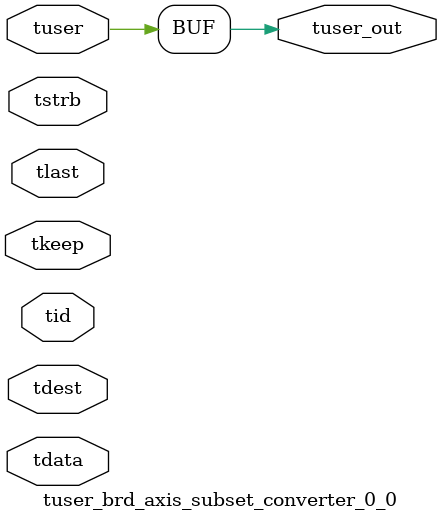
<source format=v>


`timescale 1ps/1ps

module tuser_brd_axis_subset_converter_0_0 #
(
parameter C_S_AXIS_TUSER_WIDTH = 1,
parameter C_S_AXIS_TDATA_WIDTH = 32,
parameter C_S_AXIS_TID_WIDTH   = 0,
parameter C_S_AXIS_TDEST_WIDTH = 0,
parameter C_M_AXIS_TUSER_WIDTH = 1
)
(
input  [(C_S_AXIS_TUSER_WIDTH == 0 ? 1 : C_S_AXIS_TUSER_WIDTH)-1:0     ] tuser,
input  [(C_S_AXIS_TDATA_WIDTH == 0 ? 1 : C_S_AXIS_TDATA_WIDTH)-1:0     ] tdata,
input  [(C_S_AXIS_TID_WIDTH   == 0 ? 1 : C_S_AXIS_TID_WIDTH)-1:0       ] tid,
input  [(C_S_AXIS_TDEST_WIDTH == 0 ? 1 : C_S_AXIS_TDEST_WIDTH)-1:0     ] tdest,
input  [(C_S_AXIS_TDATA_WIDTH/8)-1:0 ] tkeep,
input  [(C_S_AXIS_TDATA_WIDTH/8)-1:0 ] tstrb,
input                                                                    tlast,
output [C_M_AXIS_TUSER_WIDTH-1:0] tuser_out
);

assign tuser_out = {tuser[0:0]};

endmodule


</source>
